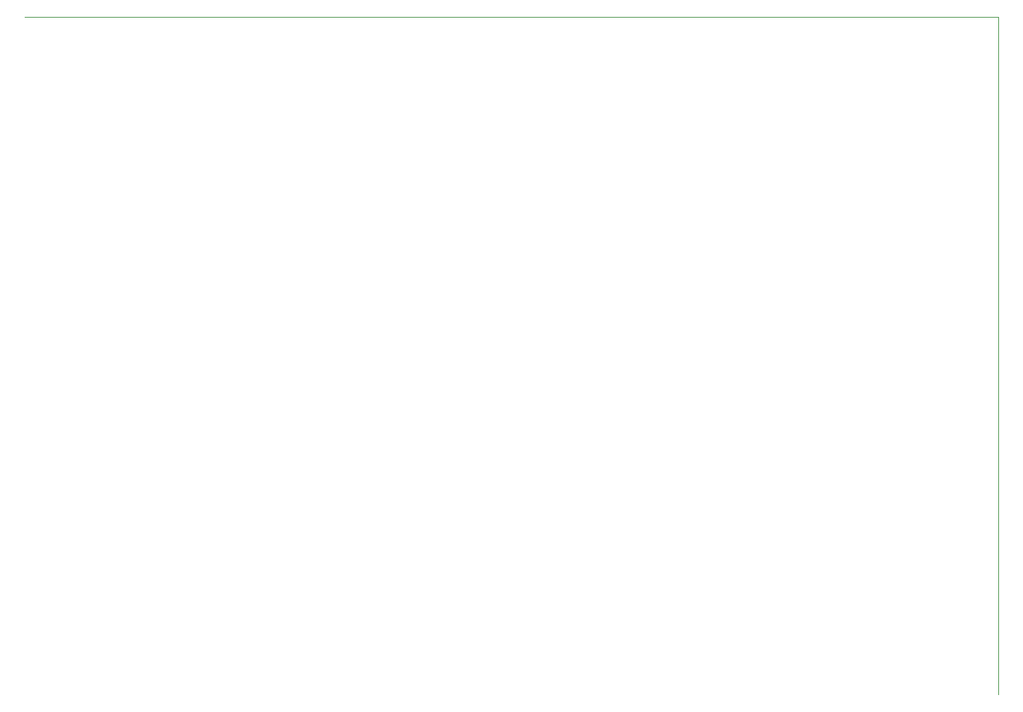
<source format=gbr>
%TF.GenerationSoftware,KiCad,Pcbnew,(5.1.6)-1*%
%TF.CreationDate,2022-03-25T10:42:17-05:00*%
%TF.ProjectId,controller,636f6e74-726f-46c6-9c65-722e6b696361,rev?*%
%TF.SameCoordinates,Original*%
%TF.FileFunction,Profile,NP*%
%FSLAX46Y46*%
G04 Gerber Fmt 4.6, Leading zero omitted, Abs format (unit mm)*
G04 Created by KiCad (PCBNEW (5.1.6)-1) date 2022-03-25 10:42:17*
%MOMM*%
%LPD*%
G01*
G04 APERTURE LIST*
%TA.AperFunction,Profile*%
%ADD10C,0.100000*%
%TD*%
G04 APERTURE END LIST*
D10*
X116840000Y81280000D02*
X116840000Y0D01*
X0Y81280000D02*
X116840000Y81280000D01*
M02*

</source>
